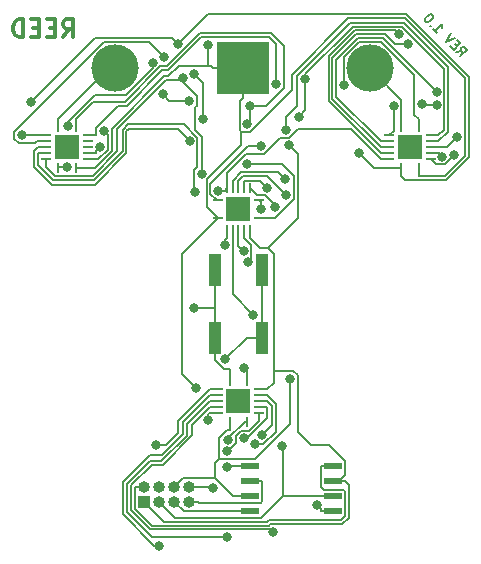
<source format=gbr>
G04 #@! TF.GenerationSoftware,KiCad,Pcbnew,(5.0.0)*
G04 #@! TF.CreationDate,2019-05-30T18:33:38-04:00*
G04 #@! TF.ProjectId,Tiny-er T,54696E792D657220542E6B696361645F,rev?*
G04 #@! TF.SameCoordinates,Original*
G04 #@! TF.FileFunction,Copper,L2,Bot,Signal*
G04 #@! TF.FilePolarity,Positive*
%FSLAX46Y46*%
G04 Gerber Fmt 4.6, Leading zero omitted, Abs format (unit mm)*
G04 Created by KiCad (PCBNEW (5.0.0)) date 05/30/19 18:33:38*
%MOMM*%
%LPD*%
G01*
G04 APERTURE LIST*
G04 #@! TA.AperFunction,NonConductor*
%ADD10C,0.200000*%
G04 #@! TD*
G04 #@! TA.AperFunction,NonConductor*
%ADD11C,0.300000*%
G04 #@! TD*
G04 #@! TA.AperFunction,SMDPad,CuDef*
%ADD12R,1.550000X0.600000*%
G04 #@! TD*
G04 #@! TA.AperFunction,SMDPad,CuDef*
%ADD13R,1.000000X2.750000*%
G04 #@! TD*
G04 #@! TA.AperFunction,SMDPad,CuDef*
%ADD14R,2.050000X2.050000*%
G04 #@! TD*
G04 #@! TA.AperFunction,SMDPad,CuDef*
%ADD15R,0.849884X0.279908*%
G04 #@! TD*
G04 #@! TA.AperFunction,SMDPad,CuDef*
%ADD16R,0.279908X0.849884*%
G04 #@! TD*
G04 #@! TA.AperFunction,ComponentPad*
%ADD17C,4.000000*%
G04 #@! TD*
G04 #@! TA.AperFunction,SMDPad,CuDef*
%ADD18R,4.500000X4.500000*%
G04 #@! TD*
G04 #@! TA.AperFunction,ComponentPad*
%ADD19O,1.000000X1.000000*%
G04 #@! TD*
G04 #@! TA.AperFunction,ComponentPad*
%ADD20R,1.000000X1.000000*%
G04 #@! TD*
G04 #@! TA.AperFunction,ViaPad*
%ADD21C,0.800000*%
G04 #@! TD*
G04 #@! TA.AperFunction,Conductor*
%ADD22C,0.160000*%
G04 #@! TD*
G04 APERTURE END LIST*
D10*
X128456277Y-80468088D02*
X128914213Y-80387276D01*
X128779526Y-80791337D02*
X129345211Y-80225651D01*
X129129712Y-80010152D01*
X129048900Y-79983215D01*
X128995025Y-79983215D01*
X128914213Y-80010152D01*
X128833401Y-80090964D01*
X128806463Y-80171776D01*
X128806463Y-80225651D01*
X128833401Y-80306463D01*
X129048900Y-80521963D01*
X128510152Y-79929340D02*
X128321590Y-79740778D01*
X127944467Y-79956277D02*
X128213841Y-80225651D01*
X128779526Y-79659966D01*
X128510152Y-79390592D01*
X128348528Y-79228967D02*
X127594280Y-79606091D01*
X127971404Y-78851844D01*
X126489847Y-78501658D02*
X126813096Y-78824906D01*
X126651471Y-78663282D02*
X127217157Y-78097597D01*
X127190219Y-78232284D01*
X127190219Y-78340033D01*
X127217157Y-78420845D01*
X126301285Y-78205346D02*
X126247410Y-78205346D01*
X126247410Y-78259221D01*
X126301285Y-78259221D01*
X126301285Y-78205346D01*
X126247410Y-78259221D01*
X126435972Y-77316412D02*
X126382097Y-77262537D01*
X126301285Y-77235600D01*
X126247410Y-77235600D01*
X126166598Y-77262537D01*
X126031911Y-77343349D01*
X125897224Y-77478036D01*
X125816412Y-77612723D01*
X125789475Y-77693536D01*
X125789475Y-77747410D01*
X125816412Y-77828223D01*
X125870287Y-77882097D01*
X125951099Y-77909035D01*
X126004974Y-77909035D01*
X126085786Y-77882097D01*
X126220473Y-77801285D01*
X126355160Y-77666598D01*
X126435972Y-77531911D01*
X126462910Y-77451099D01*
X126462910Y-77397224D01*
X126435972Y-77316412D01*
D11*
X95142857Y-79178571D02*
X95642857Y-78464285D01*
X96000000Y-79178571D02*
X96000000Y-77678571D01*
X95428571Y-77678571D01*
X95285714Y-77750000D01*
X95214285Y-77821428D01*
X95142857Y-77964285D01*
X95142857Y-78178571D01*
X95214285Y-78321428D01*
X95285714Y-78392857D01*
X95428571Y-78464285D01*
X96000000Y-78464285D01*
X94500000Y-78392857D02*
X94000000Y-78392857D01*
X93785714Y-79178571D02*
X94500000Y-79178571D01*
X94500000Y-77678571D01*
X93785714Y-77678571D01*
X93142857Y-78392857D02*
X92642857Y-78392857D01*
X92428571Y-79178571D02*
X93142857Y-79178571D01*
X93142857Y-77678571D01*
X92428571Y-77678571D01*
X91785714Y-79178571D02*
X91785714Y-77678571D01*
X91428571Y-77678571D01*
X91214285Y-77750000D01*
X91071428Y-77892857D01*
X91000000Y-78035714D01*
X90928571Y-78321428D01*
X90928571Y-78535714D01*
X91000000Y-78821428D01*
X91071428Y-78964285D01*
X91214285Y-79107142D01*
X91428571Y-79178571D01*
X91785714Y-79178571D01*
D12*
G04 #@! TO.P,U1,8*
G04 #@! TO.N,VCC*
X111000000Y-115500000D03*
G04 #@! TO.P,U1,7*
G04 #@! TO.N,B*
X111000000Y-116765000D03*
G04 #@! TO.P,U1,6*
G04 #@! TO.N,A*
X111000000Y-118035000D03*
G04 #@! TO.P,U1,5*
G04 #@! TO.N,SW1*
X111000000Y-119305000D03*
G04 #@! TO.P,U1,4*
G04 #@! TO.N,GND*
X118000000Y-119305000D03*
G04 #@! TO.P,U1,3*
G04 #@! TO.N,CLK*
X118000000Y-118035000D03*
G04 #@! TO.P,U1,2*
G04 #@! TO.N,CLR*
X118000000Y-116765000D03*
G04 #@! TO.P,U1,1*
G04 #@! TO.N,RST*
X118000000Y-115495000D03*
G04 #@! TD*
D13*
G04 #@! TO.P,SW1,1*
G04 #@! TO.N,SW1*
X112000000Y-98870000D03*
X112000000Y-104630000D03*
G04 #@! TO.P,SW1,2*
G04 #@! TO.N,GND*
X108000000Y-104630000D03*
X108000000Y-98870000D03*
G04 #@! TD*
D14*
G04 #@! TO.P,U4,15*
G04 #@! TO.N,N/C*
X110000000Y-93750000D03*
D15*
G04 #@! TO.P,U4,14*
G04 #@! TO.N,VCC*
X108269000Y-94500001D03*
D16*
G04 #@! TO.P,U4,13*
G04 #@! TO.N,Net-(D21-Pad2)*
X108999999Y-95519001D03*
G04 #@! TO.P,U4,12*
G04 #@! TO.N,Net-(D22-Pad2)*
X109500001Y-95519001D03*
G04 #@! TO.P,U4,11*
G04 #@! TO.N,Net-(D23-Pad2)*
X110000000Y-95519001D03*
G04 #@! TO.P,U4,10*
G04 #@! TO.N,Net-(D24-Pad2)*
X110499999Y-95519001D03*
G04 #@! TO.P,U4,9*
G04 #@! TO.N,CLR*
X111000001Y-95519001D03*
D15*
G04 #@! TO.P,U4,8*
G04 #@! TO.N,CLK*
X111731000Y-94500001D03*
G04 #@! TO.P,U4,7*
G04 #@! TO.N,GND*
X111731000Y-92999999D03*
D16*
G04 #@! TO.P,U4,6*
G04 #@! TO.N,Net-(D20-Pad2)*
X111000001Y-91980999D03*
G04 #@! TO.P,U4,5*
G04 #@! TO.N,Net-(D19-Pad2)*
X110499999Y-91980999D03*
G04 #@! TO.P,U4,4*
G04 #@! TO.N,Net-(D18-Pad2)*
X110000000Y-91980999D03*
G04 #@! TO.P,U4,3*
G04 #@! TO.N,Net-(D17-Pad2)*
X109500001Y-91980999D03*
G04 #@! TO.P,U4,2*
G04 #@! TO.N,B*
X108999999Y-91980999D03*
D15*
G04 #@! TO.P,U4,1*
G04 #@! TO.N,A*
X108269000Y-92999999D03*
G04 #@! TD*
D14*
G04 #@! TO.P,U3,15*
G04 #@! TO.N,N/C*
X124500000Y-88500000D03*
D16*
G04 #@! TO.P,U3,14*
G04 #@! TO.N,VCC*
X125250001Y-90231000D03*
D15*
G04 #@! TO.P,U3,13*
G04 #@! TO.N,Net-(D13-Pad2)*
X126269001Y-89500001D03*
G04 #@! TO.P,U3,12*
G04 #@! TO.N,Net-(D14-Pad2)*
X126269001Y-88999999D03*
G04 #@! TO.P,U3,11*
G04 #@! TO.N,Net-(D15-Pad2)*
X126269001Y-88500000D03*
G04 #@! TO.P,U3,10*
G04 #@! TO.N,Net-(D16-Pad2)*
X126269001Y-88000001D03*
G04 #@! TO.P,U3,9*
G04 #@! TO.N,CLR*
X126269001Y-87499999D03*
D16*
G04 #@! TO.P,U3,8*
G04 #@! TO.N,CLK*
X125250001Y-86769000D03*
G04 #@! TO.P,U3,7*
G04 #@! TO.N,GND*
X123749999Y-86769000D03*
D15*
G04 #@! TO.P,U3,6*
G04 #@! TO.N,Net-(D12-Pad2)*
X122730999Y-87499999D03*
G04 #@! TO.P,U3,5*
G04 #@! TO.N,Net-(D11-Pad2)*
X122730999Y-88000001D03*
G04 #@! TO.P,U3,4*
G04 #@! TO.N,Net-(D10-Pad2)*
X122730999Y-88500000D03*
G04 #@! TO.P,U3,3*
G04 #@! TO.N,Net-(D9-Pad2)*
X122730999Y-88999999D03*
G04 #@! TO.P,U3,2*
G04 #@! TO.N,B*
X122730999Y-89500001D03*
D16*
G04 #@! TO.P,U3,1*
G04 #@! TO.N,A*
X123749999Y-90231000D03*
G04 #@! TD*
D14*
G04 #@! TO.P,U5,15*
G04 #@! TO.N,N/C*
X110000000Y-110000000D03*
D16*
G04 #@! TO.P,U5,14*
G04 #@! TO.N,VCC*
X110750001Y-111731000D03*
D15*
G04 #@! TO.P,U5,13*
G04 #@! TO.N,Net-(D29-Pad2)*
X111769001Y-111000001D03*
G04 #@! TO.P,U5,12*
G04 #@! TO.N,Net-(D30-Pad2)*
X111769001Y-110499999D03*
G04 #@! TO.P,U5,11*
G04 #@! TO.N,Net-(D31-Pad2)*
X111769001Y-110000000D03*
G04 #@! TO.P,U5,10*
G04 #@! TO.N,Net-(D32-Pad2)*
X111769001Y-109500001D03*
G04 #@! TO.P,U5,9*
G04 #@! TO.N,CLR*
X111769001Y-108999999D03*
D16*
G04 #@! TO.P,U5,8*
G04 #@! TO.N,CLK*
X110750001Y-108269000D03*
G04 #@! TO.P,U5,7*
G04 #@! TO.N,GND*
X109249999Y-108269000D03*
D15*
G04 #@! TO.P,U5,6*
G04 #@! TO.N,Net-(D28-Pad2)*
X108230999Y-108999999D03*
G04 #@! TO.P,U5,5*
G04 #@! TO.N,Net-(D27-Pad2)*
X108230999Y-109500001D03*
G04 #@! TO.P,U5,4*
G04 #@! TO.N,Net-(D26-Pad2)*
X108230999Y-110000000D03*
G04 #@! TO.P,U5,3*
G04 #@! TO.N,Net-(D25-Pad2)*
X108230999Y-110499999D03*
G04 #@! TO.P,U5,2*
G04 #@! TO.N,B*
X108230999Y-111000001D03*
D16*
G04 #@! TO.P,U5,1*
G04 #@! TO.N,A*
X109249999Y-111731000D03*
G04 #@! TD*
G04 #@! TO.P,U6,1*
G04 #@! TO.N,A*
X94749999Y-90231000D03*
D15*
G04 #@! TO.P,U6,2*
G04 #@! TO.N,B*
X93730999Y-89500001D03*
G04 #@! TO.P,U6,3*
G04 #@! TO.N,Net-(D33-Pad2)*
X93730999Y-88999999D03*
G04 #@! TO.P,U6,4*
G04 #@! TO.N,Net-(D34-Pad2)*
X93730999Y-88500000D03*
G04 #@! TO.P,U6,5*
G04 #@! TO.N,Net-(D35-Pad2)*
X93730999Y-88000001D03*
G04 #@! TO.P,U6,6*
G04 #@! TO.N,Net-(D36-Pad2)*
X93730999Y-87499999D03*
D16*
G04 #@! TO.P,U6,7*
G04 #@! TO.N,GND*
X94749999Y-86769000D03*
G04 #@! TO.P,U6,8*
G04 #@! TO.N,CLK*
X96250001Y-86769000D03*
D15*
G04 #@! TO.P,U6,9*
G04 #@! TO.N,CLR*
X97269001Y-87499999D03*
G04 #@! TO.P,U6,10*
G04 #@! TO.N,N/C*
X97269001Y-88000001D03*
G04 #@! TO.P,U6,11*
X97269001Y-88500000D03*
G04 #@! TO.P,U6,12*
G04 #@! TO.N,Net-(D38-Pad2)*
X97269001Y-88999999D03*
G04 #@! TO.P,U6,13*
G04 #@! TO.N,Net-(D37-Pad2)*
X97269001Y-89500001D03*
D16*
G04 #@! TO.P,U6,14*
G04 #@! TO.N,VCC*
X96250001Y-90231000D03*
D14*
G04 #@! TO.P,U6,15*
G04 #@! TO.N,N/C*
X95500000Y-88500000D03*
G04 #@! TD*
D17*
G04 #@! TO.P,J1,2*
G04 #@! TO.N,GND*
X99567000Y-81826100D03*
X121167000Y-81826100D03*
D18*
G04 #@! TO.P,J1,1*
G04 #@! TO.N,VCC*
X110367000Y-81826100D03*
G04 #@! TD*
D19*
G04 #@! TO.P,J2,8*
G04 #@! TO.N,VCC*
X105810000Y-117230000D03*
G04 #@! TO.P,J2,7*
G04 #@! TO.N,B*
X105810000Y-118500000D03*
G04 #@! TO.P,J2,6*
G04 #@! TO.N,A*
X104540000Y-117230000D03*
G04 #@! TO.P,J2,5*
G04 #@! TO.N,SW1*
X104540000Y-118500000D03*
G04 #@! TO.P,J2,4*
G04 #@! TO.N,GND*
X103270000Y-117230000D03*
G04 #@! TO.P,J2,3*
G04 #@! TO.N,CLK*
X103270000Y-118500000D03*
G04 #@! TO.P,J2,2*
G04 #@! TO.N,CLR*
X102000000Y-117230000D03*
D20*
G04 #@! TO.P,J2,1*
G04 #@! TO.N,RST*
X102000000Y-118500000D03*
G04 #@! TD*
D21*
G04 #@! TO.N,Net-(D1-Pad2)*
X95539900Y-86692800D03*
X102783000Y-81345800D03*
G04 #@! TO.N,Net-(D3-Pad2)*
X103580600Y-83995700D03*
X105808300Y-84538200D03*
G04 #@! TO.N,Net-(D9-Pad2)*
X123585000Y-78941600D03*
G04 #@! TO.N,Net-(D10-Pad2)*
X124384700Y-79762400D03*
G04 #@! TO.N,Net-(D11-Pad2)*
X126796300Y-83828600D03*
G04 #@! TO.N,Net-(D12-Pad2)*
X123130100Y-84965400D03*
G04 #@! TO.N,Net-(D13-Pad2)*
X128256500Y-89189400D03*
G04 #@! TO.N,Net-(D14-Pad2)*
X125517600Y-84841500D03*
X126798300Y-84933900D03*
X127261300Y-89279100D03*
G04 #@! TO.N,Net-(D15-Pad2)*
X128507200Y-87647800D03*
G04 #@! TO.N,Net-(D16-Pad2)*
X114050000Y-87018000D03*
G04 #@! TO.N,Net-(D17-Pad2)*
X113903000Y-91207600D03*
G04 #@! TO.N,Net-(D18-Pad2)*
X114050000Y-92577500D03*
G04 #@! TO.N,Net-(D19-Pad2)*
X112380800Y-91914000D03*
G04 #@! TO.N,Net-(D20-Pad2)*
X113063100Y-93572200D03*
G04 #@! TO.N,Net-(D21-Pad2)*
X108851500Y-96742900D03*
G04 #@! TO.N,Net-(D22-Pad2)*
X111259700Y-102691800D03*
G04 #@! TO.N,Net-(D23-Pad2)*
X110450800Y-97268600D03*
G04 #@! TO.N,Net-(D24-Pad2)*
X110837100Y-98233600D03*
G04 #@! TO.N,GND*
X106261000Y-102083200D03*
X116687300Y-118749100D03*
X111900000Y-93750000D03*
G04 #@! TO.N,VCC*
X107826200Y-117348700D03*
X107455100Y-79801400D03*
X109135100Y-113282600D03*
X106381500Y-108845400D03*
X109030500Y-115530800D03*
G04 #@! TO.N,CLR*
X115115200Y-85924800D03*
X114313300Y-88345700D03*
X115663900Y-82678900D03*
X113197200Y-83153900D03*
G04 #@! TO.N,CLK*
X113669900Y-113752600D03*
X110748300Y-89874600D03*
X110486800Y-107146300D03*
X118923400Y-83236200D03*
X110727100Y-86529000D03*
X111000000Y-84967300D03*
G04 #@! TO.N,A*
X111876600Y-88423000D03*
X95463700Y-90174400D03*
X92424200Y-84655600D03*
X104875600Y-79785600D03*
X120165800Y-88954000D03*
X114347100Y-108128500D03*
G04 #@! TO.N,B*
X106890200Y-90721800D03*
X108286800Y-92161300D03*
X107447800Y-111626800D03*
X105281000Y-82604200D03*
G04 #@! TO.N,Net-(D25-Pad2)*
X112950000Y-121056500D03*
G04 #@! TO.N,Net-(D26-Pad2)*
X109039900Y-121495400D03*
G04 #@! TO.N,Net-(D27-Pad2)*
X103294600Y-122242200D03*
G04 #@! TO.N,Net-(D28-Pad2)*
X103050000Y-113685200D03*
G04 #@! TO.N,Net-(D29-Pad2)*
X108991600Y-114250100D03*
G04 #@! TO.N,Net-(D30-Pad2)*
X110504200Y-113121600D03*
G04 #@! TO.N,Net-(D31-Pad2)*
X112001200Y-112819100D03*
G04 #@! TO.N,Net-(D32-Pad2)*
X111426200Y-113655700D03*
G04 #@! TO.N,Net-(D33-Pad2)*
X106335600Y-92270100D03*
G04 #@! TO.N,Net-(D34-Pad2)*
X105876400Y-87953500D03*
G04 #@! TO.N,Net-(D35-Pad2)*
X107028400Y-86122700D03*
X106268200Y-82274300D03*
X103708600Y-80862600D03*
G04 #@! TO.N,Net-(D36-Pad2)*
X91655200Y-87489500D03*
G04 #@! TO.N,Net-(D37-Pad2)*
X98590100Y-87095200D03*
G04 #@! TO.N,Net-(D38-Pad2)*
X98263400Y-88446300D03*
G04 #@! TO.N,SW1*
X108849500Y-106464000D03*
G04 #@! TD*
D22*
G04 #@! TO.N,Net-(D1-Pad2)*
X95539900Y-86692800D02*
X95539900Y-86360800D01*
X95539900Y-86360800D02*
X97821600Y-84079100D01*
X97821600Y-84079100D02*
X100515800Y-84079100D01*
X100515800Y-84079100D02*
X102782900Y-81812000D01*
X102782900Y-81812000D02*
X102782900Y-81345800D01*
X102782900Y-81345800D02*
X102783000Y-81345800D01*
G04 #@! TO.N,Net-(D3-Pad2)*
X103580600Y-83995700D02*
X104123100Y-84538200D01*
X104123100Y-84538200D02*
X105808300Y-84538200D01*
G04 #@! TO.N,Net-(D9-Pad2)*
X123585000Y-78941600D02*
X123246900Y-78603500D01*
X123246900Y-78603500D02*
X119843800Y-78603500D01*
X119843800Y-78603500D02*
X117638700Y-80808600D01*
X117638700Y-80808600D02*
X117638700Y-84572900D01*
X117638700Y-84572900D02*
X122065800Y-89000000D01*
X122731000Y-89000000D02*
X122065800Y-89000000D01*
G04 #@! TO.N,Net-(D10-Pad2)*
X124384700Y-79762400D02*
X123236800Y-79762400D01*
X123236800Y-79762400D02*
X122398200Y-78923800D01*
X122398200Y-78923800D02*
X119976400Y-78923800D01*
X119976400Y-78923800D02*
X117959000Y-80941200D01*
X117959000Y-80941200D02*
X117959000Y-84393200D01*
X117959000Y-84393200D02*
X122065800Y-88500000D01*
X122731000Y-88500000D02*
X122065800Y-88500000D01*
G04 #@! TO.N,Net-(D11-Pad2)*
X122065800Y-88000000D02*
X118279300Y-84213500D01*
X118279300Y-84213500D02*
X118279300Y-81073800D01*
X118279300Y-81073800D02*
X120109000Y-79244100D01*
X120109000Y-79244100D02*
X122211800Y-79244100D01*
X122211800Y-79244100D02*
X126796300Y-83828600D01*
X122731000Y-88000000D02*
X122065800Y-88000000D01*
G04 #@! TO.N,Net-(D12-Pad2)*
X122731000Y-87500000D02*
X123130100Y-87100900D01*
X123130100Y-87100900D02*
X123130100Y-84965400D01*
G04 #@! TO.N,Net-(D13-Pad2)*
X126269000Y-89500000D02*
X126688400Y-89919400D01*
X126688400Y-89919400D02*
X127526500Y-89919400D01*
X127526500Y-89919400D02*
X128256500Y-89189400D01*
G04 #@! TO.N,Net-(D14-Pad2)*
X125517600Y-84841500D02*
X125610000Y-84933900D01*
X125610000Y-84933900D02*
X126798300Y-84933900D01*
X126269000Y-89000000D02*
X126982200Y-89000000D01*
X126982200Y-89000000D02*
X127261300Y-89279100D01*
G04 #@! TO.N,Net-(D15-Pad2)*
X126269000Y-88500000D02*
X127655000Y-88500000D01*
X127655000Y-88500000D02*
X128507200Y-87647800D01*
G04 #@! TO.N,Net-(D16-Pad2)*
X114050000Y-87018000D02*
X114050000Y-85898300D01*
X114050000Y-85898300D02*
X114966500Y-84981800D01*
X114966500Y-84981800D02*
X114966500Y-82436200D01*
X114966500Y-82436200D02*
X119455400Y-77947300D01*
X119455400Y-77947300D02*
X123987500Y-77947300D01*
X123987500Y-77947300D02*
X127758900Y-81718700D01*
X127758900Y-81718700D02*
X127758900Y-87175300D01*
X127758900Y-87175300D02*
X126934200Y-88000000D01*
X126269000Y-88000000D02*
X126934200Y-88000000D01*
G04 #@! TO.N,Net-(D17-Pad2)*
X109500000Y-91981000D02*
X109500000Y-91315800D01*
X109500000Y-91315800D02*
X110182900Y-90632900D01*
X110182900Y-90632900D02*
X113328300Y-90632900D01*
X113328300Y-90632900D02*
X113903000Y-91207600D01*
G04 #@! TO.N,Net-(D18-Pad2)*
X110000000Y-91315800D02*
X110362500Y-90953300D01*
X110362500Y-90953300D02*
X112425800Y-90953300D01*
X112425800Y-90953300D02*
X114050000Y-92577500D01*
X110000000Y-91981000D02*
X110000000Y-91315800D01*
G04 #@! TO.N,Net-(D19-Pad2)*
X110500000Y-91315800D02*
X111782600Y-91315800D01*
X111782600Y-91315800D02*
X112380800Y-91914000D01*
X110500000Y-91981000D02*
X110500000Y-91315800D01*
G04 #@! TO.N,Net-(D20-Pad2)*
X111000000Y-91981000D02*
X111573300Y-92554300D01*
X111573300Y-92554300D02*
X112225500Y-92554300D01*
X112225500Y-92554300D02*
X113063100Y-93391900D01*
X113063100Y-93391900D02*
X113063100Y-93572200D01*
G04 #@! TO.N,Net-(D21-Pad2)*
X109000000Y-96184200D02*
X108851500Y-96332700D01*
X108851500Y-96332700D02*
X108851500Y-96742900D01*
X109000000Y-95519000D02*
X109000000Y-96184200D01*
G04 #@! TO.N,Net-(D22-Pad2)*
X109500000Y-95519000D02*
X109500000Y-100932100D01*
X109500000Y-100932100D02*
X111259700Y-102691800D01*
G04 #@! TO.N,Net-(D23-Pad2)*
X110000000Y-95519000D02*
X110000000Y-96817800D01*
X110000000Y-96817800D02*
X110450800Y-97268600D01*
G04 #@! TO.N,Net-(D24-Pad2)*
X110500000Y-96184200D02*
X111091700Y-96775900D01*
X111091700Y-96775900D02*
X111091700Y-97979000D01*
X111091700Y-97979000D02*
X110837100Y-98233600D01*
X110500000Y-95519000D02*
X110500000Y-96184200D01*
G04 #@! TO.N,GND*
X99567000Y-81826100D02*
X99027700Y-81826100D01*
X99027700Y-81826100D02*
X94750000Y-86103800D01*
X108000000Y-102083200D02*
X108000000Y-103014700D01*
X108000000Y-100485300D02*
X108000000Y-102083200D01*
X106261000Y-102083200D02*
X108000000Y-102083200D01*
X118000000Y-119305000D02*
X116984700Y-119305000D01*
X116984700Y-119305000D02*
X116984700Y-119046500D01*
X116984700Y-119046500D02*
X116687300Y-118749100D01*
X111731000Y-93000000D02*
X111900000Y-93169000D01*
X111900000Y-93169000D02*
X111900000Y-93750000D01*
X108000000Y-106245300D02*
X108000000Y-106534000D01*
X108000000Y-106534000D02*
X108765500Y-107299500D01*
X108765500Y-107299500D02*
X109250000Y-107299500D01*
X109250000Y-107299500D02*
X109250000Y-108269000D01*
X94750000Y-86769000D02*
X94750000Y-86103800D01*
X123750000Y-86103800D02*
X123796900Y-86056900D01*
X123796900Y-86056900D02*
X123796900Y-84456000D01*
X123796900Y-84456000D02*
X121167000Y-81826100D01*
X108000000Y-104630000D02*
X108000000Y-103014700D01*
X108000000Y-98870000D02*
X108000000Y-100485300D01*
X123750000Y-86769000D02*
X123750000Y-86103800D01*
X108000000Y-104630000D02*
X108000000Y-106245300D01*
G04 #@! TO.N,VCC*
X110248200Y-87169300D02*
X110248200Y-88269500D01*
X110248200Y-88269500D02*
X107292300Y-91225400D01*
X107292300Y-91225400D02*
X107292300Y-93551000D01*
X107292300Y-93551000D02*
X108241300Y-94500000D01*
X110248200Y-87169300D02*
X111014700Y-87169300D01*
X111014700Y-87169300D02*
X114502600Y-83681400D01*
X114502600Y-83681400D02*
X114502600Y-82385100D01*
X114502600Y-82385100D02*
X119308500Y-77579200D01*
X119308500Y-77579200D02*
X124072400Y-77579200D01*
X124072400Y-77579200D02*
X129157700Y-82664500D01*
X129157700Y-82664500D02*
X129157700Y-89205000D01*
X129157700Y-89205000D02*
X127466500Y-90896200D01*
X127466500Y-90896200D02*
X125250000Y-90896200D01*
X110367000Y-84316400D02*
X110086800Y-84596600D01*
X110086800Y-84596600D02*
X110086800Y-87007900D01*
X110086800Y-87007900D02*
X110248200Y-87169300D01*
X110750000Y-111731000D02*
X110536500Y-111731000D01*
X110536500Y-111731000D02*
X109135100Y-113132400D01*
X109135100Y-113132400D02*
X109135100Y-113282600D01*
X110367000Y-81826100D02*
X110367000Y-84316400D01*
X105810000Y-117230000D02*
X107707500Y-117230000D01*
X107707500Y-117230000D02*
X107826200Y-117348700D01*
X107455100Y-81605500D02*
X104932300Y-81605500D01*
X104932300Y-81605500D02*
X104055500Y-82482300D01*
X104055500Y-82482300D02*
X103735200Y-82482300D01*
X103735200Y-82482300D02*
X99277500Y-86940000D01*
X99277500Y-86940000D02*
X99277500Y-88832300D01*
X99277500Y-88832300D02*
X97878800Y-90231000D01*
X97878800Y-90231000D02*
X96250000Y-90231000D01*
X107876700Y-81826100D02*
X107656100Y-81605500D01*
X107656100Y-81605500D02*
X107455100Y-81605500D01*
X107455100Y-81605500D02*
X107455100Y-79801400D01*
X110367000Y-81826100D02*
X107876700Y-81826100D01*
X125250000Y-90231000D02*
X125250000Y-90896200D01*
X109984700Y-115500000D02*
X109061300Y-115500000D01*
X109061300Y-115500000D02*
X109030500Y-115530800D01*
X108241300Y-94500000D02*
X105249700Y-97491600D01*
X105249700Y-97491600D02*
X105249700Y-107713600D01*
X105249700Y-107713600D02*
X106381500Y-108845400D01*
X111000000Y-115500000D02*
X109984700Y-115500000D01*
X108269000Y-94500000D02*
X108241300Y-94500000D01*
G04 #@! TO.N,CLR*
X119015300Y-116765000D02*
X119335600Y-117085300D01*
X119335600Y-117085300D02*
X119335600Y-119861100D01*
X119335600Y-119861100D02*
X118780500Y-120416200D01*
X118780500Y-120416200D02*
X112684900Y-120416200D01*
X112684900Y-120416200D02*
X112566400Y-120534700D01*
X112566400Y-120534700D02*
X102676000Y-120534700D01*
X102676000Y-120534700D02*
X101259700Y-119118400D01*
X101259700Y-119118400D02*
X101259700Y-117230000D01*
X112497000Y-96985300D02*
X115010700Y-94471600D01*
X115010700Y-94471600D02*
X115010700Y-89043100D01*
X115010700Y-89043100D02*
X114313300Y-88345700D01*
X113197200Y-83153900D02*
X113197200Y-79741000D01*
X113197200Y-79741000D02*
X112617300Y-79161100D01*
X112617300Y-79161100D02*
X106858500Y-79161100D01*
X106858500Y-79161100D02*
X104044100Y-81975500D01*
X104044100Y-81975500D02*
X103562800Y-81975500D01*
X103562800Y-81975500D02*
X100524000Y-85014300D01*
X100524000Y-85014300D02*
X99765600Y-85014300D01*
X99765600Y-85014300D02*
X97934200Y-86845700D01*
X97934200Y-86845700D02*
X97934200Y-87500000D01*
X115663900Y-82678900D02*
X115663900Y-82330500D01*
X115663900Y-82330500D02*
X119711200Y-78283200D01*
X119711200Y-78283200D02*
X123832100Y-78283200D01*
X123832100Y-78283200D02*
X127438600Y-81889700D01*
X127438600Y-81889700D02*
X127438600Y-86995600D01*
X127438600Y-86995600D02*
X126934200Y-87500000D01*
X115663900Y-82678900D02*
X115663900Y-85376100D01*
X115663900Y-85376100D02*
X115115200Y-85924800D01*
X113018800Y-107440700D02*
X113018800Y-97507100D01*
X113018800Y-97507100D02*
X112497000Y-96985300D01*
X112434200Y-109000000D02*
X113018800Y-108415400D01*
X113018800Y-108415400D02*
X113018800Y-107440700D01*
X113018800Y-107440700D02*
X114635000Y-107440700D01*
X114635000Y-107440700D02*
X115007900Y-107813600D01*
X115007900Y-107813600D02*
X115007900Y-112573900D01*
X115007900Y-112573900D02*
X116150100Y-113716100D01*
X116150100Y-113716100D02*
X117695500Y-113716100D01*
X117695500Y-113716100D02*
X119015400Y-115036000D01*
X119015400Y-115036000D02*
X119015400Y-116257300D01*
X119015400Y-116257300D02*
X118507700Y-116765000D01*
X112497000Y-96985300D02*
X111801100Y-96985300D01*
X111801100Y-96985300D02*
X111000000Y-96184200D01*
X118507700Y-116765000D02*
X119015300Y-116765000D01*
X118000000Y-116765000D02*
X118507700Y-116765000D01*
X126269000Y-87500000D02*
X126934200Y-87500000D01*
X111000000Y-95519000D02*
X111000000Y-96184200D01*
X97269000Y-87500000D02*
X97934200Y-87500000D01*
X111769000Y-109000000D02*
X112434200Y-109000000D01*
X102000000Y-117230000D02*
X101259700Y-117230000D01*
G04 #@! TO.N,CLK*
X113752100Y-118035000D02*
X118000000Y-118035000D01*
X103270000Y-118500000D02*
X104615400Y-119845400D01*
X104615400Y-119845400D02*
X111941700Y-119845400D01*
X111941700Y-119845400D02*
X113752100Y-118035000D01*
X113752100Y-118035000D02*
X113752100Y-113834800D01*
X113752100Y-113834800D02*
X113669900Y-113752600D01*
X111000000Y-84967300D02*
X111000000Y-86256100D01*
X111000000Y-86256100D02*
X110727100Y-86529000D01*
X110748300Y-89874600D02*
X113662400Y-89874600D01*
X113662400Y-89874600D02*
X114690400Y-90902600D01*
X114690400Y-90902600D02*
X114690400Y-92903100D01*
X114690400Y-92903100D02*
X113093500Y-94500000D01*
X113093500Y-94500000D02*
X111731000Y-94500000D01*
X110486800Y-107146300D02*
X110750000Y-107409500D01*
X110750000Y-107409500D02*
X110750000Y-108269000D01*
X111000000Y-84967300D02*
X112366800Y-84967300D01*
X112366800Y-84967300D02*
X113838700Y-83495400D01*
X113838700Y-83495400D02*
X113838700Y-79929600D01*
X113838700Y-79929600D02*
X112749900Y-78840800D01*
X112749900Y-78840800D02*
X106725900Y-78840800D01*
X106725900Y-78840800D02*
X103911500Y-81655200D01*
X103911500Y-81655200D02*
X103392600Y-81655200D01*
X103392600Y-81655200D02*
X100353800Y-84694000D01*
X100353800Y-84694000D02*
X97659800Y-84694000D01*
X97659800Y-84694000D02*
X96250000Y-86103800D01*
X118923400Y-83236200D02*
X118923400Y-80886200D01*
X118923400Y-80886200D02*
X120235800Y-79573800D01*
X120235800Y-79573800D02*
X122088400Y-79573800D01*
X122088400Y-79573800D02*
X124877300Y-82362700D01*
X124877300Y-82362700D02*
X124877300Y-85731100D01*
X124877300Y-85731100D02*
X125250000Y-86103800D01*
X125250000Y-86769000D02*
X125250000Y-86103800D01*
X96250000Y-86769000D02*
X96250000Y-86103800D01*
G04 #@! TO.N,A*
X111876600Y-88423000D02*
X110814100Y-88423000D01*
X110814100Y-88423000D02*
X107616700Y-91620400D01*
X107616700Y-91620400D02*
X107616700Y-92461300D01*
X107616700Y-92461300D02*
X108155400Y-93000000D01*
X108155400Y-93000000D02*
X108269000Y-93000000D01*
X108310600Y-114890400D02*
X111391500Y-114890400D01*
X111391500Y-114890400D02*
X114347100Y-111934800D01*
X114347100Y-111934800D02*
X114347100Y-108128500D01*
X95463700Y-90174400D02*
X94806600Y-90174400D01*
X94806600Y-90174400D02*
X94750000Y-90231000D01*
X104875600Y-79785600D02*
X104343200Y-79253200D01*
X104343200Y-79253200D02*
X97826600Y-79253200D01*
X97826600Y-79253200D02*
X92424200Y-84655600D01*
X123750000Y-90896200D02*
X124098400Y-91244600D01*
X124098400Y-91244600D02*
X127571100Y-91244600D01*
X127571100Y-91244600D02*
X129491200Y-89324500D01*
X129491200Y-89324500D02*
X129491200Y-82543900D01*
X129491200Y-82543900D02*
X124190800Y-77243500D01*
X124190800Y-77243500D02*
X107417700Y-77243500D01*
X107417700Y-77243500D02*
X104875600Y-79785600D01*
X123750000Y-90231000D02*
X123750000Y-90896200D01*
X120165800Y-88954000D02*
X121442800Y-90231000D01*
X121442800Y-90231000D02*
X123750000Y-90231000D01*
X111000000Y-118035000D02*
X109556700Y-118035000D01*
X109556700Y-118035000D02*
X107984500Y-116462800D01*
X109250000Y-112396200D02*
X109035100Y-112396200D01*
X109035100Y-112396200D02*
X108310600Y-113120700D01*
X108310600Y-113120700D02*
X108310600Y-114890400D01*
X108310600Y-114890400D02*
X107984500Y-115216500D01*
X107984500Y-115216500D02*
X107984500Y-116462800D01*
X109250000Y-111731000D02*
X109250000Y-112396200D01*
X104540000Y-117230000D02*
X105307200Y-116462800D01*
X105307200Y-116462800D02*
X107984500Y-116462800D01*
G04 #@! TO.N,B*
X105098000Y-82825500D02*
X106457100Y-84184600D01*
X106457100Y-84184600D02*
X106457100Y-84981300D01*
X106457100Y-84981300D02*
X106340400Y-85098000D01*
X106340400Y-85098000D02*
X106340400Y-87059000D01*
X106340400Y-87059000D02*
X106890200Y-87608800D01*
X106890200Y-87608800D02*
X106890200Y-90721800D01*
X109000000Y-91315800D02*
X109000000Y-90717500D01*
X109000000Y-90717500D02*
X110654200Y-89063300D01*
X110654200Y-89063300D02*
X112141800Y-89063300D01*
X112141800Y-89063300D02*
X113499800Y-87705300D01*
X113499800Y-87705300D02*
X114305000Y-87705300D01*
X114305000Y-87705300D02*
X115066100Y-86944200D01*
X115066100Y-86944200D02*
X119504400Y-86944200D01*
X119504400Y-86944200D02*
X122060200Y-89500000D01*
X122060200Y-89500000D02*
X122731000Y-89500000D01*
X111000000Y-116765000D02*
X112015300Y-116765000D01*
X105810000Y-118500000D02*
X106550300Y-118500000D01*
X106550300Y-118500000D02*
X106625700Y-118575400D01*
X106625700Y-118575400D02*
X111908600Y-118575400D01*
X111908600Y-118575400D02*
X112015300Y-118468700D01*
X112015300Y-118468700D02*
X112015300Y-116765000D01*
X105098000Y-82825500D02*
X105281000Y-82642500D01*
X105281000Y-82642500D02*
X105281000Y-82604200D01*
X93731000Y-89500000D02*
X93731000Y-90177500D01*
X93731000Y-90177500D02*
X94450900Y-90897400D01*
X94450900Y-90897400D02*
X97665500Y-90897400D01*
X97665500Y-90897400D02*
X99710800Y-88852100D01*
X99710800Y-88852100D02*
X99710800Y-86959800D01*
X99710800Y-86959800D02*
X103845100Y-82825500D01*
X103845100Y-82825500D02*
X105098000Y-82825500D01*
X108286800Y-92161300D02*
X108819700Y-92161300D01*
X108819700Y-92161300D02*
X109000000Y-91981000D01*
X108231000Y-111000000D02*
X107565800Y-111000000D01*
X107447800Y-111626800D02*
X107447800Y-111118000D01*
X107447800Y-111118000D02*
X107565800Y-111000000D01*
X109000000Y-91981000D02*
X109000000Y-91315800D01*
G04 #@! TO.N,Net-(D25-Pad2)*
X108231000Y-110500000D02*
X107565800Y-110500000D01*
X107565800Y-110500000D02*
X106086200Y-111979600D01*
X106086200Y-111979600D02*
X106086200Y-112894700D01*
X106086200Y-112894700D02*
X103604600Y-115376300D01*
X103604600Y-115376300D02*
X102643200Y-115376300D01*
X102643200Y-115376300D02*
X100933600Y-117085900D01*
X100933600Y-117085900D02*
X100933600Y-119245400D01*
X100933600Y-119245400D02*
X102543300Y-120855100D01*
X102543300Y-120855100D02*
X112748600Y-120855100D01*
X112748600Y-120855100D02*
X112950000Y-121056500D01*
G04 #@! TO.N,Net-(D26-Pad2)*
X107565800Y-110000000D02*
X105605800Y-111960000D01*
X105605800Y-111960000D02*
X105605700Y-111960000D01*
X105605700Y-111960000D02*
X105605700Y-112922100D01*
X105605700Y-112922100D02*
X103471900Y-115055900D01*
X103471900Y-115055900D02*
X102510500Y-115055900D01*
X102510500Y-115055900D02*
X100561300Y-117005100D01*
X100561300Y-117005100D02*
X100561300Y-119372000D01*
X100561300Y-119372000D02*
X102684700Y-121495400D01*
X102684700Y-121495400D02*
X109039900Y-121495400D01*
X108231000Y-110000000D02*
X107565800Y-110000000D01*
G04 #@! TO.N,Net-(D27-Pad2)*
X107565800Y-109500000D02*
X105285500Y-111780300D01*
X105285500Y-111780300D02*
X105285400Y-111780300D01*
X105285400Y-111780300D02*
X105285400Y-112789300D01*
X105285400Y-112789300D02*
X103499300Y-114575400D01*
X103499300Y-114575400D02*
X102501000Y-114575400D01*
X102501000Y-114575400D02*
X100211200Y-116865200D01*
X100211200Y-116865200D02*
X100211200Y-119571800D01*
X100211200Y-119571800D02*
X102881600Y-122242200D01*
X102881600Y-122242200D02*
X103294600Y-122242200D01*
X108231000Y-109500000D02*
X107565800Y-109500000D01*
G04 #@! TO.N,Net-(D28-Pad2)*
X107565800Y-109000000D02*
X104860500Y-111705300D01*
X104860500Y-111705300D02*
X104860500Y-112719100D01*
X104860500Y-112719100D02*
X103894400Y-113685200D01*
X103894400Y-113685200D02*
X103050000Y-113685200D01*
X108231000Y-109000000D02*
X107565800Y-109000000D01*
G04 #@! TO.N,Net-(D29-Pad2)*
X111769000Y-111000000D02*
X111769000Y-111637600D01*
X111769000Y-111637600D02*
X110925300Y-112481300D01*
X110925300Y-112481300D02*
X110239100Y-112481300D01*
X110239100Y-112481300D02*
X109787800Y-112932600D01*
X109787800Y-112932600D02*
X109787800Y-113536300D01*
X109787800Y-113536300D02*
X109074000Y-114250100D01*
X109074000Y-114250100D02*
X108991600Y-114250100D01*
G04 #@! TO.N,Net-(D30-Pad2)*
X111769000Y-110500000D02*
X112434200Y-110500000D01*
X112434200Y-110500000D02*
X112434200Y-111425500D01*
X112434200Y-111425500D02*
X110738200Y-113121500D01*
X110738200Y-113121500D02*
X110504200Y-113121500D01*
X110504200Y-113121500D02*
X110504200Y-113121600D01*
G04 #@! TO.N,Net-(D31-Pad2)*
X112434200Y-110000000D02*
X112796800Y-110362600D01*
X112796800Y-110362600D02*
X112796800Y-112023500D01*
X112796800Y-112023500D02*
X112001200Y-112819100D01*
X111769000Y-110000000D02*
X112434200Y-110000000D01*
G04 #@! TO.N,Net-(D32-Pad2)*
X111769000Y-109500000D02*
X112434200Y-109500000D01*
X112434200Y-109500000D02*
X113174700Y-110240500D01*
X113174700Y-110240500D02*
X113174700Y-112565800D01*
X113174700Y-112565800D02*
X112084800Y-113655700D01*
X112084800Y-113655700D02*
X111426200Y-113655700D01*
G04 #@! TO.N,Net-(D33-Pad2)*
X93065800Y-89000000D02*
X93065800Y-90029500D01*
X93065800Y-90029500D02*
X94283900Y-91247600D01*
X94283900Y-91247600D02*
X97793500Y-91247600D01*
X97793500Y-91247600D02*
X100191400Y-88849700D01*
X100191400Y-88849700D02*
X100191400Y-86996600D01*
X100191400Y-86996600D02*
X100630000Y-86558000D01*
X100630000Y-86558000D02*
X105386500Y-86558000D01*
X105386500Y-86558000D02*
X106525700Y-87697200D01*
X106525700Y-87697200D02*
X106525700Y-90180900D01*
X106525700Y-90180900D02*
X106243000Y-90463600D01*
X106243000Y-90463600D02*
X106243000Y-92177500D01*
X106243000Y-92177500D02*
X106335600Y-92270100D01*
X93731000Y-89000000D02*
X93065800Y-89000000D01*
G04 #@! TO.N,Net-(D34-Pad2)*
X93731000Y-88500000D02*
X93061500Y-88500000D01*
X93061500Y-88500000D02*
X92725100Y-88836400D01*
X92725100Y-88836400D02*
X92725100Y-90141900D01*
X92725100Y-90141900D02*
X94233800Y-91650600D01*
X94233800Y-91650600D02*
X97843400Y-91650600D01*
X97843400Y-91650600D02*
X100511700Y-88982300D01*
X100511700Y-88982300D02*
X100511700Y-87129400D01*
X100511700Y-87129400D02*
X100714300Y-86926800D01*
X100714300Y-86926800D02*
X104849700Y-86926800D01*
X104849700Y-86926800D02*
X105876400Y-87953500D01*
G04 #@! TO.N,Net-(D35-Pad2)*
X106268200Y-82274300D02*
X107028400Y-83034500D01*
X107028400Y-83034500D02*
X107028400Y-86122700D01*
X93731000Y-88000000D02*
X92904900Y-88000000D01*
X92904900Y-88000000D02*
X92775100Y-88129800D01*
X92775100Y-88129800D02*
X91382500Y-88129800D01*
X91382500Y-88129800D02*
X91014400Y-87761700D01*
X91014400Y-87761700D02*
X91014400Y-87210300D01*
X91014400Y-87210300D02*
X98650000Y-79574700D01*
X98650000Y-79574700D02*
X102386100Y-79574700D01*
X102386100Y-79574700D02*
X103674000Y-80862600D01*
X103674000Y-80862600D02*
X103708600Y-80862600D01*
G04 #@! TO.N,Net-(D36-Pad2)*
X93731000Y-87500000D02*
X93065800Y-87500000D01*
X93065800Y-87500000D02*
X93055300Y-87489500D01*
X93055300Y-87489500D02*
X91655200Y-87489500D01*
G04 #@! TO.N,Net-(D37-Pad2)*
X98590100Y-87095200D02*
X98910200Y-87415300D01*
X98910200Y-87415300D02*
X98910200Y-88720400D01*
X98910200Y-88720400D02*
X98130600Y-89500000D01*
X98130600Y-89500000D02*
X97269000Y-89500000D01*
G04 #@! TO.N,Net-(D38-Pad2)*
X97934200Y-89000000D02*
X97934200Y-88775500D01*
X97934200Y-88775500D02*
X98263400Y-88446300D01*
X97269000Y-89000000D02*
X97934200Y-89000000D01*
G04 #@! TO.N,SW1*
X111000000Y-119305000D02*
X109984700Y-119305000D01*
X109984700Y-119305000D02*
X105345000Y-119305000D01*
X105345000Y-119305000D02*
X104540000Y-118500000D01*
X112000000Y-104630000D02*
X110683500Y-104630000D01*
X110683500Y-104630000D02*
X108849500Y-106464000D01*
X112000000Y-103014700D02*
X112000000Y-100485300D01*
X112000000Y-98870000D02*
X112000000Y-100485300D01*
X112000000Y-104630000D02*
X112000000Y-103014700D01*
G04 #@! TO.N,RST*
X116984700Y-115495000D02*
X116984700Y-117233900D01*
X116984700Y-117233900D02*
X117245400Y-117494600D01*
X117245400Y-117494600D02*
X118874500Y-117494600D01*
X118874500Y-117494600D02*
X119015300Y-117635400D01*
X119015300Y-117635400D02*
X119015300Y-119728500D01*
X119015300Y-119728500D02*
X118647900Y-120095900D01*
X118647900Y-120095900D02*
X112552300Y-120095900D01*
X112552300Y-120095900D02*
X112433800Y-120214400D01*
X112433800Y-120214400D02*
X103714400Y-120214400D01*
X103714400Y-120214400D02*
X102000000Y-118500000D01*
X118000000Y-115495000D02*
X116984700Y-115495000D01*
G04 #@! TD*
M02*

</source>
